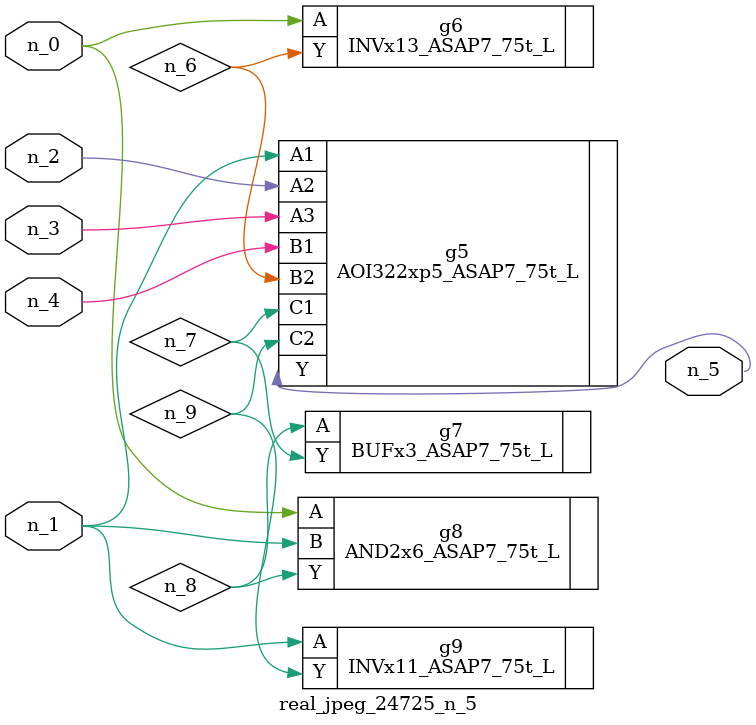
<source format=v>
module real_jpeg_24725_n_5 (n_4, n_0, n_1, n_2, n_3, n_5);

input n_4;
input n_0;
input n_1;
input n_2;
input n_3;

output n_5;

wire n_8;
wire n_6;
wire n_7;
wire n_9;

INVx13_ASAP7_75t_L g6 ( 
.A(n_0),
.Y(n_6)
);

AND2x6_ASAP7_75t_L g8 ( 
.A(n_0),
.B(n_1),
.Y(n_8)
);

AOI322xp5_ASAP7_75t_L g5 ( 
.A1(n_1),
.A2(n_2),
.A3(n_3),
.B1(n_4),
.B2(n_6),
.C1(n_7),
.C2(n_9),
.Y(n_5)
);

INVx11_ASAP7_75t_L g9 ( 
.A(n_1),
.Y(n_9)
);

BUFx3_ASAP7_75t_L g7 ( 
.A(n_8),
.Y(n_7)
);


endmodule
</source>
